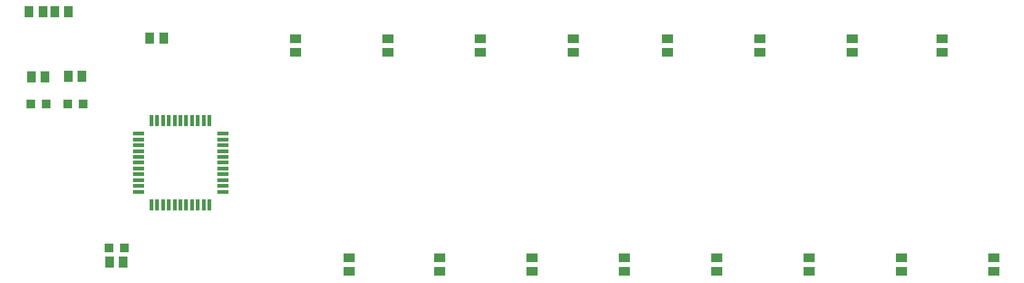
<source format=gtp>
G75*
G70*
%OFA0B0*%
%FSLAX24Y24*%
%IPPOS*%
%LPD*%
%AMOC8*
5,1,8,0,0,1.08239X$1,22.5*
%
%ADD10R,0.0197X0.0591*%
%ADD11R,0.0591X0.0197*%
%ADD12R,0.0512X0.0591*%
%ADD13R,0.0472X0.0472*%
%ADD14R,0.0591X0.0512*%
D10*
X015600Y017721D03*
X015915Y017721D03*
X016230Y017721D03*
X016545Y017721D03*
X016860Y017721D03*
X017175Y017721D03*
X017490Y017721D03*
X017805Y017721D03*
X018120Y017721D03*
X018435Y017721D03*
X018750Y017721D03*
X018750Y022288D03*
X018435Y022288D03*
X018120Y022288D03*
X017805Y022288D03*
X017490Y022288D03*
X017175Y022288D03*
X016860Y022288D03*
X016545Y022288D03*
X016230Y022288D03*
X015915Y022288D03*
X015600Y022288D03*
D11*
X014892Y021579D03*
X014892Y021264D03*
X014892Y020949D03*
X014892Y020634D03*
X014892Y020319D03*
X014892Y020004D03*
X014892Y019689D03*
X014892Y019374D03*
X014892Y019059D03*
X014892Y018744D03*
X014892Y018429D03*
X019459Y018429D03*
X019459Y018744D03*
X019459Y019059D03*
X019459Y019374D03*
X019459Y019689D03*
X019459Y020004D03*
X019459Y020319D03*
X019459Y020634D03*
X019459Y020949D03*
X019459Y021264D03*
X019459Y021579D03*
D12*
X013340Y014630D03*
X014088Y014630D03*
X011857Y024679D03*
X011109Y024679D03*
X009855Y024657D03*
X009107Y024657D03*
X008984Y028179D03*
X009732Y028179D03*
X010359Y028179D03*
X011107Y028179D03*
X015516Y026750D03*
X016264Y026750D03*
D13*
X011896Y023179D03*
X011070Y023179D03*
X009896Y023179D03*
X009070Y023179D03*
X013320Y015386D03*
X014147Y015386D03*
D14*
X026319Y014854D03*
X026319Y014106D03*
X031198Y014106D03*
X031198Y014854D03*
X036198Y014854D03*
X036198Y014106D03*
X041198Y014106D03*
X041198Y014854D03*
X046198Y014854D03*
X046198Y014106D03*
X051198Y014106D03*
X051198Y014854D03*
X056198Y014854D03*
X056198Y014106D03*
X061218Y014106D03*
X061218Y014854D03*
X058420Y025973D03*
X058420Y026721D03*
X053527Y026721D03*
X053527Y025973D03*
X048527Y025973D03*
X048527Y026721D03*
X043527Y026721D03*
X043527Y025973D03*
X038429Y025973D03*
X038429Y026721D03*
X033420Y026721D03*
X033420Y025973D03*
X028420Y025973D03*
X028420Y026721D03*
X023420Y026721D03*
X023420Y025973D03*
M02*

</source>
